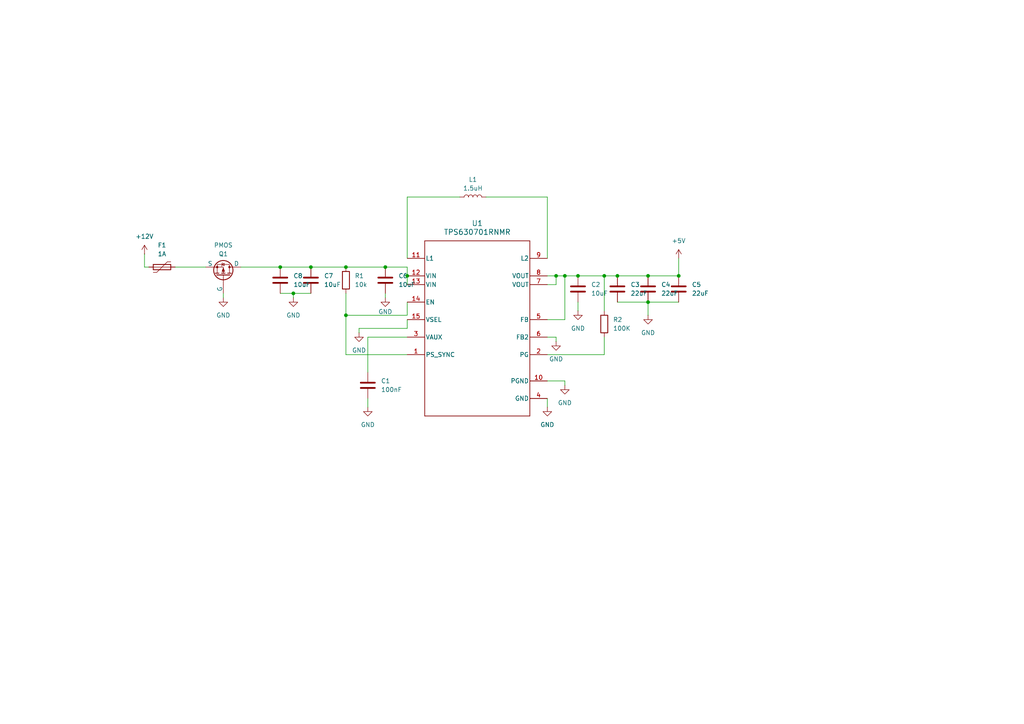
<source format=kicad_sch>
(kicad_sch (version 20250114) (generator "eeschema") (generator_version "9.0")
  (paper "A4")
  (lib_symbols
    (symbol "Device:C" (pin_numbers (hide yes)) (pin_names (offset 0.254))
      (property "Reference" "C" (at 0.635 2.54 0))
      (property "Value" "C" (at 0.635 -2.54 0))
      (symbol "C_0_1"
        (polyline (pts (xy -2.032 0.762) (xy 2.032 0.762)) (stroke (width 0.508)))
        (polyline (pts (xy -2.032 -0.762) (xy 2.032 -0.762)) (stroke (width 0.508)))
      )
      (symbol "C_1_1"
        (pin passive line (at 0 3.81 270) (length 2.794) (name "~") (number "1"))
        (pin passive line (at 0 -3.81 90) (length 2.794) (name "~") (number "2"))
      )
    )
    (symbol "Device:L" (pin_numbers (hide yes)) (pin_names (offset 1.016) (hide yes))
      (property "Reference" "L" (at -1.27 0 90))
      (property "Value" "L" (at 1.905 0 90))
      (symbol "L_0_1"
        (arc (start 0 2.54) (mid 0.6323 1.905) (end 0 1.27))
        (arc (start 0 1.27) (mid 0.6323 0.635) (end 0 0))
        (arc (start 0 0) (mid 0.6323 -0.635) (end 0 -1.27))
        (arc (start 0 -1.27) (mid 0.6323 -1.905) (end 0 -2.54))
      )
      (symbol "L_1_1"
        (pin passive line (at 0 3.81 270) (length 1.27) (name "1") (number "1"))
        (pin passive line (at 0 -3.81 90) (length 1.27) (name "2") (number "2"))
      )
    )
    (symbol "Device:Polyfuse" (pin_numbers (hide yes)) (pin_names (offset 0))
      (property "Reference" "F" (at -2.54 0 90))
      (property "Value" "Polyfuse" (at 2.54 0 90))
      (symbol "Polyfuse_0_1"
        (polyline (pts (xy -1.524 2.54) (xy -1.524 1.524) (xy 1.524 -1.524) (xy 1.524 -2.54)))
        (rectangle (start -0.762 2.54) (end 0.762 -2.54) (stroke (width 0.254)))
        (polyline (pts (xy 0 2.54) (xy 0 -2.54)))
      )
      (symbol "Polyfuse_1_1"
        (pin passive line (at 0 3.81 270) (length 1.27) (name "~") (number "1"))
        (pin passive line (at 0 -3.81 90) (length 1.27) (name "~") (number "2"))
      )
    )
    (symbol "Device:R" (pin_numbers (hide yes)) (pin_names (offset 0))
      (property "Reference" "R" (at 2.032 0 90))
      (property "Value" "R" (at 0 0 90))
      (symbol "R_0_1"
        (rectangle (start -1.016 -2.54) (end 1.016 2.54) (stroke (width 0.254)))
      )
      (symbol "R_1_1"
        (pin passive line (at 0 3.81 270) (length 1.27) (name "~") (number "1"))
        (pin passive line (at 0 -3.81 90) (length 1.27) (name "~") (number "2"))
      )
    )
    (symbol "Simulation_SPICE:PMOS" (pin_numbers (hide yes)) (pin_names (offset 0))
      (property "Reference" "Q" (at 5.08 1.27 0))
      (property "Value" "PMOS" (at 5.08 -1.27 0))
      (symbol "PMOS_0_1"
        (polyline (pts (xy 0.254 1.905) (xy 0.254 -1.905)) (stroke (width 0.254)))
        (polyline (pts (xy 0.254 0) (xy -2.54 0)))
        (polyline (pts (xy 0.762 2.286) (xy 0.762 1.27)) (stroke (width 0.254)))
        (polyline (pts (xy 0.762 1.778) (xy 3.302 1.778) (xy 3.302 -1.778) (xy 0.762 -1.778)))
        (polyline (pts (xy 0.762 0.508) (xy 0.762 -0.508)) (stroke (width 0.254)))
        (polyline (pts (xy 0.762 -1.27) (xy 0.762 -2.286)) (stroke (width 0.254)))
        (circle (center 1.651 0) (radius 2.794) (stroke (width 0.254)))
        (polyline (pts (xy 2.286 0) (xy 1.27 0.381) (xy 1.27 -0.381) (xy 2.286 0)) (fill (type outline)))
        (polyline (pts (xy 2.54 2.54) (xy 2.54 1.778)))
        (circle (center 2.54 1.778) (radius 0.254) (fill (type outline)))
        (circle (center 2.54 -1.778) (radius 0.254) (fill (type outline)))
        (polyline (pts (xy 2.54 -2.54) (xy 2.54 0) (xy 0.762 0)))
        (polyline (pts (xy 2.794 -0.508) (xy 2.921 -0.381) (xy 3.683 -0.381) (xy 3.81 -0.254)))
        (polyline (pts (xy 3.302 -0.381) (xy 2.921 0.254) (xy 3.683 0.254) (xy 3.302 -0.381)))
      )
      (symbol "PMOS_1_1"
        (pin input line (at -5.08 0 0) (length 2.54) (name "G") (number "2"))
        (pin passive line (at 2.54 5.08 270) (length 2.54) (name "D") (number "1"))
        (pin passive line (at 2.54 -5.08 90) (length 2.54) (name "S") (number "3"))
      )
    )
    (symbol "TPS63070:TPS630701RNMR" (pin_names (offset 0.254))
      (property "Reference" "U" (at 0 2.54 0))
      (property "Value" "TPS630701RNMR" (at 0 0 0))
      (symbol "TPS630701RNMR_0_1"
        (polyline (pts (xy -15.24 25.4) (xy -15.24 -25.4)) (stroke (width 0.2032)))
        (polyline (pts (xy -15.24 -25.4) (xy 15.24 -25.4)) (stroke (width 0.2032)))
        (polyline (pts (xy 15.24 25.4) (xy -15.24 25.4)) (stroke (width 0.2032)))
        (polyline (pts (xy 15.24 -25.4) (xy 15.24 25.4)) (stroke (width 0.2032)))
        (pin unspecified line (at -20.32 20.32 0) (length 5.08) (name "L1") (number "11"))
        (pin power_in line (at -20.32 15.24 0) (length 5.08) (name "VIN") (number "12"))
        (pin power_in line (at -20.32 12.7 0) (length 5.08) (name "VIN") (number "13"))
        (pin input line (at -20.32 7.62 0) (length 5.08) (name "EN") (number "14"))
        (pin input line (at -20.32 2.54 0) (length 5.08) (name "VSEL") (number "15"))
        (pin unspecified line (at -20.32 -2.54 0) (length 5.08) (name "VAUX") (number "3"))
        (pin input line (at -20.32 -7.62 0) (length 5.08) (name "PS_SYNC") (number "1"))
        (pin unspecified line (at 20.32 20.32 180) (length 5.08) (name "L2") (number "9"))
        (pin power_in line (at 20.32 15.24 180) (length 5.08) (name "VOUT") (number "8"))
        (pin power_in line (at 20.32 12.7 180) (length 5.08) (name "VOUT") (number "7"))
        (pin output line (at 20.32 2.54 180) (length 5.08) (name "FB") (number "5"))
        (pin input line (at 20.32 -2.54 180) (length 5.08) (name "FB2") (number "6"))
        (pin open_collector line (at 20.32 -7.62 180) (length 5.08) (name "PG") (number "2"))
        (pin power_in line (at 20.32 -15.24 180) (length 5.08) (name "PGND") (number "10"))
        (pin power_in line (at 20.32 -20.32 180) (length 5.08) (name "GND") (number "4"))
      )
    )
    (symbol "power:+12V" (power) (pin_numbers (hide yes)) (pin_names (offset 0) (hide yes))
      (property "Value" "+12V" (at 0 3.556 0))
      (symbol "+12V_0_1"
        (polyline (pts (xy -0.762 1.27) (xy 0 2.54)))
        (polyline (pts (xy 0 2.54) (xy 0.762 1.27)))
        (polyline (pts (xy 0 0) (xy 0 2.54)))
      )
      (symbol "+12V_1_1"
        (pin power_in line (at 0 0 90) (length 0) (name "~") (number "1"))
      )
    )
    (symbol "power:+5V" (power) (pin_numbers (hide yes)) (pin_names (offset 0) (hide yes))
      (property "Value" "+5V" (at 0 3.556 0))
      (symbol "+5V_0_1"
        (polyline (pts (xy -0.762 1.27) (xy 0 2.54)))
        (polyline (pts (xy 0 2.54) (xy 0.762 1.27)))
        (polyline (pts (xy 0 0) (xy 0 2.54)))
      )
      (symbol "+5V_1_1"
        (pin power_in line (at 0 0 90) (length 0) (name "~") (number "1"))
      )
    )
    (symbol "power:GND" (power) (pin_numbers (hide yes)) (pin_names (offset 0) (hide yes))
      (property "Value" "GND" (at 0 -3.81 0))
      (symbol "GND_0_1"
        (polyline (pts (xy 0 0) (xy 0 -1.27) (xy 1.27 -1.27) (xy 0 -2.54) (xy -1.27 -1.27) (xy 0 -1.27)))
      )
      (symbol "GND_1_1"
        (pin power_in line (at 0 0 270) (length 0) (name "~") (number "1"))
      )
    )
  )
  (junction (at 81.28 77.47))
  (junction (at 187.96 87.63))
  (junction (at 175.26 80.01))
  (junction (at 187.96 80.01))
  (junction (at 100.33 91.44))
  (junction (at 118.11 80.01))
  (junction (at 196.85 80.01))
  (junction (at 90.17 77.47))
  (junction (at 179.07 80.01))
  (junction (at 100.33 77.47))
  (junction (at 85.09 85.09))
  (junction (at 111.76 77.47))
  (junction (at 163.83 80.01))
  (junction (at 167.64 80.01))
  (junction (at 161.29 80.01))
  (wire (pts (xy 187.96 80.01) (xy 196.85 80.01)))
  (wire (pts (xy 167.64 87.63) (xy 167.64 90.17)))
  (wire (pts (xy 64.77 85.09) (xy 64.77 86.36)))
  (wire (pts (xy 187.96 87.63) (xy 196.85 87.63)))
  (wire (pts (xy 163.83 110.49) (xy 163.83 111.76)))
  (wire (pts (xy 85.09 85.09) (xy 90.17 85.09)))
  (wire (pts (xy 106.68 115.57) (xy 106.68 118.11)))
  (wire (pts (xy 196.85 74.93) (xy 196.85 80.01)))
  (wire (pts (xy 100.33 91.44) (xy 100.33 102.87)))
  (wire (pts (xy 187.96 87.63) (xy 187.96 91.44)))
  (wire (pts (xy 41.91 73.66) (xy 41.91 77.47)))
  (wire (pts (xy 118.11 102.87) (xy 100.33 102.87)))
  (wire (pts (xy 104.14 95.25) (xy 104.14 96.52)))
  (wire (pts (xy 118.11 87.63) (xy 118.11 91.44)))
  (wire (pts (xy 179.07 87.63) (xy 187.96 87.63)))
  (wire (pts (xy 161.29 82.55) (xy 161.29 80.01)))
  (wire (pts (xy 100.33 77.47) (xy 111.76 77.47)))
  (wire (pts (xy 118.11 74.93) (xy 118.11 57.15)))
  (wire (pts (xy 161.29 97.79) (xy 161.29 99.06)))
  (wire (pts (xy 175.26 80.01) (xy 175.26 90.17)))
  (wire (pts (xy 118.11 97.79) (xy 106.68 97.79)))
  (wire (pts (xy 118.11 95.25) (xy 118.11 92.71)))
  (wire (pts (xy 179.07 80.01) (xy 187.96 80.01)))
  (wire (pts (xy 111.76 77.47) (xy 118.11 77.47)))
  (wire (pts (xy 158.75 115.57) (xy 158.75 118.11)))
  (wire (pts (xy 167.64 80.01) (xy 175.26 80.01)))
  (wire (pts (xy 175.26 102.87) (xy 175.26 97.79)))
  (wire (pts (xy 41.91 77.47) (xy 43.18 77.47)))
  (wire (pts (xy 81.28 85.09) (xy 85.09 85.09)))
  (wire (pts (xy 118.11 80.01) (xy 118.11 82.55)))
  (wire (pts (xy 158.75 80.01) (xy 161.29 80.01)))
  (wire (pts (xy 158.75 110.49) (xy 163.83 110.49)))
  (wire (pts (xy 118.11 77.47) (xy 118.11 80.01)))
  (wire (pts (xy 81.28 77.47) (xy 90.17 77.47)))
  (wire (pts (xy 90.17 77.47) (xy 100.33 77.47)))
  (wire (pts (xy 163.83 92.71) (xy 163.83 80.01)))
  (wire (pts (xy 158.75 92.71) (xy 163.83 92.71)))
  (wire (pts (xy 158.75 97.79) (xy 161.29 97.79)))
  (wire (pts (xy 118.11 95.25) (xy 104.14 95.25)))
  (wire (pts (xy 163.83 80.01) (xy 167.64 80.01)))
  (wire (pts (xy 69.85 77.47) (xy 81.28 77.47)))
  (wire (pts (xy 158.75 102.87) (xy 175.26 102.87)))
  (wire (pts (xy 106.68 97.79) (xy 106.68 107.95)))
  (wire (pts (xy 158.75 57.15) (xy 158.75 74.93)))
  (wire (pts (xy 161.29 80.01) (xy 163.83 80.01)))
  (wire (pts (xy 50.8 77.47) (xy 59.69 77.47)))
  (wire (pts (xy 100.33 85.09) (xy 100.33 91.44)))
  (wire (pts (xy 158.75 82.55) (xy 161.29 82.55)))
  (wire (pts (xy 100.33 91.44) (xy 118.11 91.44)))
  (wire (pts (xy 85.09 85.09) (xy 85.09 86.36)))
  (wire (pts (xy 111.76 85.09) (xy 111.76 86.36)))
  (wire (pts (xy 118.11 57.15) (xy 133.35 57.15)))
  (wire (pts (xy 175.26 80.01) (xy 179.07 80.01)))
  (wire (pts (xy 140.97 57.15) (xy 158.75 57.15)))
  (symbol (lib_id "power:GND") (at 158.75 118.11 0) (unit 1)
    (property "Reference" "#PWR06" (effects (hide yes)))
    (property "Value" "GND" (at 158.75 123.19 0))
    (property "Description" "Power symbol creates a global label with name \"GND\" , ground" (effects (hide yes)))
  )
  (symbol (lib_id "power:GND") (at 64.77 86.36 0) (unit 1)
    (property "Reference" "#PWR015" (effects (hide yes)))
    (property "Value" "GND" (at 64.77 91.44 0))
    (property "Description" "Power symbol creates a global label with name \"GND\" , ground" (effects (hide yes)))
  )
  (symbol (lib_id "power:GND") (at 167.64 90.17 0) (unit 1)
    (property "Reference" "#PWR04" (effects (hide yes)))
    (property "Value" "GND" (at 167.64 95.25 0))
    (property "Description" "Power symbol creates a global label with name \"GND\" , ground" (effects (hide yes)))
  )
  (symbol (lib_id "power:GND") (at 85.09 86.36 0) (unit 1)
    (property "Reference" "#PWR09" (effects (hide yes)))
    (property "Value" "GND" (at 85.09 91.44 0))
    (property "Description" "Power symbol creates a global label with name \"GND\" , ground" (effects (hide yes)))
  )
  (symbol (lib_id "Device:C") (at 106.68 111.76 0) (unit 1)
    (property "Reference" "C1" (at 110.49 110.4899 0) (effects (justify left)))
    (property "Value" "100nF" (at 110.49 113.0299 0) (effects (justify left)))
    (property "Footprint" "Capacitor_SMD:C_0805_2012Metric_Pad1.18x1.45mm_HandSolder" (effects (hide yes)))
    (property "Description" "Unpolarized capacitor" (effects (hide yes)))
  )
  (symbol (lib_id "Device:C") (at 167.64 83.82 0) (unit 1)
    (property "Reference" "C2" (at 171.45 82.5499 0) (effects (justify left)))
    (property "Value" "10uF" (at 171.45 85.0899 0) (effects (justify left)))
    (property "Footprint" "Capacitor_SMD:C_0805_2012Metric_Pad1.18x1.45mm_HandSolder" (effects (hide yes)))
    (property "Description" "Unpolarized capacitor" (effects (hide yes)))
  )
  (symbol (lib_id "Simulation_SPICE:PMOS") (at 64.77 80.01 270) (mirror x) (unit 1)
    (property "Reference" "Q1" (at 64.77 73.66 90))
    (property "Value" "PMOS" (at 64.77 71.12 90))
    (property "Datasheet" "https://ngspice.sourceforge.io/docs/ngspice-html-manual/manual.xhtml#cha_MOSFETs" (effects (hide yes)))
    (property "Description" "P-MOSFET transistor, drain/source/gate" (effects (hide yes)))
    (property "Sim.Device" "PMOS" (effects (hide yes)))
    (property "Sim.Type" "VDMOS" (effects (hide yes)))
    (property "Sim.Pins" "1=D 2=G 3=S" (effects (hide yes)))
  )
  (symbol (lib_id "power:+5V") (at 196.85 74.93 0) (unit 1)
    (property "Reference" "#PWR02" (effects (hide yes)))
    (property "Value" "+5V" (at 196.85 69.85 0))
    (property "Description" "Power symbol creates a global label with name \"+5V\"" (effects (hide yes)))
  )
  (symbol (lib_id "power:GND") (at 104.14 96.52 0) (unit 1)
    (property "Reference" "#PWR08" (effects (hide yes)))
    (property "Value" "GND" (at 104.14 101.6 0))
    (property "Description" "Power symbol creates a global label with name \"GND\" , ground" (effects (hide yes)))
  )
  (symbol (lib_id "Device:C") (at 81.28 81.28 0) (unit 1)
    (property "Reference" "C8" (at 85.09 80.0099 0) (effects (justify left)))
    (property "Value" "10uF" (at 85.09 82.5499 0) (effects (justify left)))
    (property "Footprint" "Capacitor_SMD:C_0805_2012Metric_Pad1.18x1.45mm_HandSolder" (effects (hide yes)))
    (property "Description" "Unpolarized capacitor" (effects (hide yes)))
  )
  (symbol (lib_id "TPS63070:TPS630701RNMR") (at 138.43 95.25 0) (unit 1)
    (property "Reference" "U1" (at 138.43 64.77 0) (effects (font (size 1.524 1.524))))
    (property "Value" "TPS630701RNMR" (at 138.43 67.31 0) (effects (font (size 1.524 1.524))))
    (property "Footprint" "RNM0015A" (effects (hide yes)))
    (property "Datasheet" "https://www.ti.com/lit/gpn/tps63070" (effects (hide yes)))
  )
  (symbol (lib_id "Device:C") (at 196.85 83.82 0) (unit 1)
    (property "Reference" "C5" (at 200.66 82.5499 0) (effects (justify left)))
    (property "Value" "22uF" (at 200.66 85.0899 0) (effects (justify left)))
    (property "Footprint" "Capacitor_SMD:C_0805_2012Metric_Pad1.18x1.45mm_HandSolder" (effects (hide yes)))
    (property "Description" "Unpolarized capacitor" (effects (hide yes)))
  )
  (symbol (lib_id "Device:C") (at 111.76 81.28 0) (unit 1)
    (property "Reference" "C6" (at 115.57 80.0099 0) (effects (justify left)))
    (property "Value" "10uF" (at 115.57 82.5499 0) (effects (justify left)))
    (property "Footprint" "Capacitor_SMD:C_0805_2012Metric_Pad1.18x1.45mm_HandSolder" (effects (hide yes)))
    (property "Description" "Unpolarized capacitor" (effects (hide yes)))
  )
  (symbol (lib_id "power:GND") (at 161.29 99.06 0) (unit 1)
    (property "Reference" "#PWR07" (effects (hide yes)))
    (property "Value" "GND" (at 161.29 104.14 0))
    (property "Description" "Power symbol creates a global label with name \"GND\" , ground" (effects (hide yes)))
  )
  (symbol (lib_id "Device:L") (at 137.16 57.15 90) (unit 1)
    (property "Reference" "L1" (at 137.16 52.07 90))
    (property "Value" "1.5uH" (at 137.16 54.61 90))
    (property "Footprint" "Inductor_SMD:L_APV_ANR5045" (effects (hide yes)))
    (property "Description" "Inductor" (effects (hide yes)))
  )
  (symbol (lib_id "power:GND") (at 111.76 86.36 0) (unit 1)
    (property "Reference" "#PWR010" (effects (hide yes)))
    (property "Value" "GND" (at 111.76 90.424 0))
    (property "Description" "Power symbol creates a global label with name \"GND\" , ground" (effects (hide yes)))
  )
  (symbol (lib_id "Device:C") (at 187.96 83.82 0) (unit 1)
    (property "Reference" "C4" (at 191.77 82.5499 0) (effects (justify left)))
    (property "Value" "22uF" (at 191.77 85.0899 0) (effects (justify left)))
    (property "Footprint" "Capacitor_SMD:C_0805_2012Metric_Pad1.18x1.45mm_HandSolder" (effects (hide yes)))
    (property "Description" "Unpolarized capacitor" (effects (hide yes)))
  )
  (symbol (lib_id "power:GND") (at 163.83 111.76 0) (unit 1)
    (property "Reference" "#PWR05" (effects (hide yes)))
    (property "Value" "GND" (at 163.83 116.84 0))
    (property "Description" "Power symbol creates a global label with name \"GND\" , ground" (effects (hide yes)))
  )
  (symbol (lib_id "Device:Polyfuse") (at 46.99 77.47 90) (unit 1)
    (property "Reference" "F1" (at 46.99 71.12 90))
    (property "Value" "1A" (at 46.99 73.66 90))
    (property "Description" "Resettable fuse, polymeric positive temperature coefficient" (effects (hide yes)))
  )
  (symbol (lib_id "Device:C") (at 90.17 81.28 0) (unit 1)
    (property "Reference" "C7" (at 93.98 80.0099 0) (effects (justify left)))
    (property "Value" "10uF" (at 93.98 82.5499 0) (effects (justify left)))
    (property "Footprint" "Capacitor_SMD:C_0805_2012Metric_Pad1.18x1.45mm_HandSolder" (effects (hide yes)))
    (property "Description" "Unpolarized capacitor" (effects (hide yes)))
  )
  (symbol (lib_id "Device:R") (at 175.26 93.98 0) (unit 1)
    (property "Reference" "R2" (at 177.8 92.7099 0) (effects (justify left)))
    (property "Value" "100K" (at 177.8 95.2499 0) (effects (justify left)))
    (property "Footprint" "Resistor_SMD:R_0805_2012Metric_Pad1.20x1.40mm_HandSolder" (effects (hide yes)))
    (property "Description" "Resistor" (effects (hide yes)))
  )
  (symbol (lib_id "power:GND") (at 187.96 91.44 0) (unit 1)
    (property "Reference" "#PWR03" (effects (hide yes)))
    (property "Value" "GND" (at 187.96 96.52 0))
    (property "Description" "Power symbol creates a global label with name \"GND\" , ground" (effects (hide yes)))
  )
  (symbol (lib_id "Device:C") (at 179.07 83.82 0) (unit 1)
    (property "Reference" "C3" (at 182.88 82.5499 0) (effects (justify left)))
    (property "Value" "22uF" (at 182.88 85.0899 0) (effects (justify left)))
    (property "Footprint" "Capacitor_SMD:C_0805_2012Metric_Pad1.18x1.45mm_HandSolder" (effects (hide yes)))
    (property "Description" "Unpolarized capacitor" (effects (hide yes)))
  )
  (symbol (lib_id "Device:R") (at 100.33 81.28 0) (unit 1)
    (property "Reference" "R1" (at 102.87 80.0099 0) (effects (justify left)))
    (property "Value" "10k" (at 102.87 82.5499 0) (effects (justify left)))
    (property "Footprint" "Resistor_SMD:R_0805_2012Metric_Pad1.20x1.40mm_HandSolder" (effects (hide yes)))
    (property "Description" "Resistor" (effects (hide yes)))
  )
  (symbol (lib_id "power:+12V") (at 41.91 73.66 0) (unit 1)
    (property "Reference" "#PWR016" (effects (hide yes)))
    (property "Value" "+12V" (at 41.91 68.58 0))
    (property "Description" "Power symbol creates a global label with name \"+12V\"" (effects (hide yes)))
  )
  (symbol (lib_id "power:GND") (at 106.68 118.11 0) (unit 1)
    (property "Reference" "#PWR01" (effects (hide yes)))
    (property "Value" "GND" (at 106.68 123.19 0))
    (property "Description" "Power symbol creates a global label with name \"GND\" , ground" (effects (hide yes)))
  )
)
</source>
